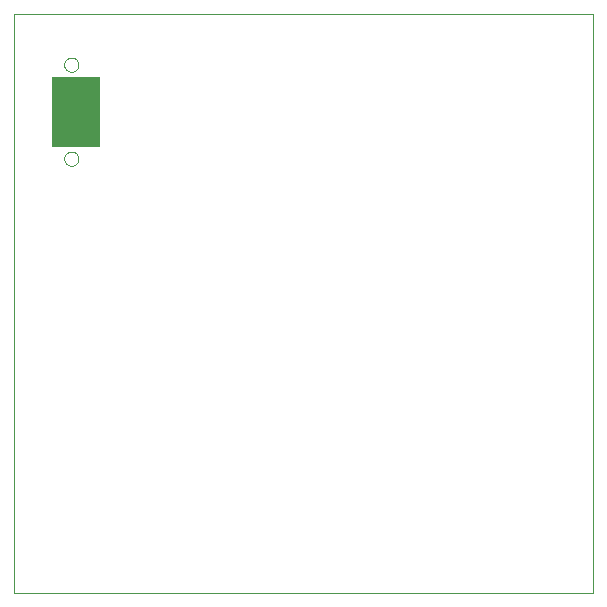
<source format=gbp>
G75*
G70*
%OFA0B0*%
%FSLAX24Y24*%
%IPPOS*%
%LPD*%
%AMOC8*
5,1,8,0,0,1.08239X$1,22.5*
%
%ADD10C,0.0000*%
%ADD11R,0.1600X0.2350*%
D10*
X000980Y000980D02*
X000980Y020271D01*
X020271Y020271D01*
X020271Y000980D01*
X000980Y000980D01*
X002638Y015441D02*
X002640Y015471D01*
X002646Y015501D01*
X002655Y015530D01*
X002668Y015557D01*
X002685Y015582D01*
X002704Y015605D01*
X002727Y015626D01*
X002752Y015643D01*
X002778Y015657D01*
X002807Y015667D01*
X002836Y015674D01*
X002866Y015677D01*
X002897Y015676D01*
X002927Y015671D01*
X002956Y015662D01*
X002983Y015650D01*
X003009Y015635D01*
X003033Y015616D01*
X003054Y015594D01*
X003072Y015570D01*
X003087Y015543D01*
X003098Y015515D01*
X003106Y015486D01*
X003110Y015456D01*
X003110Y015426D01*
X003106Y015396D01*
X003098Y015367D01*
X003087Y015339D01*
X003072Y015312D01*
X003054Y015288D01*
X003033Y015266D01*
X003009Y015247D01*
X002983Y015232D01*
X002956Y015220D01*
X002927Y015211D01*
X002897Y015206D01*
X002866Y015205D01*
X002836Y015208D01*
X002807Y015215D01*
X002778Y015225D01*
X002752Y015239D01*
X002727Y015256D01*
X002704Y015277D01*
X002685Y015300D01*
X002668Y015325D01*
X002655Y015352D01*
X002646Y015381D01*
X002640Y015411D01*
X002638Y015441D01*
X002638Y018574D02*
X002640Y018604D01*
X002646Y018634D01*
X002655Y018663D01*
X002668Y018690D01*
X002685Y018715D01*
X002704Y018738D01*
X002727Y018759D01*
X002752Y018776D01*
X002778Y018790D01*
X002807Y018800D01*
X002836Y018807D01*
X002866Y018810D01*
X002897Y018809D01*
X002927Y018804D01*
X002956Y018795D01*
X002983Y018783D01*
X003009Y018768D01*
X003033Y018749D01*
X003054Y018727D01*
X003072Y018703D01*
X003087Y018676D01*
X003098Y018648D01*
X003106Y018619D01*
X003110Y018589D01*
X003110Y018559D01*
X003106Y018529D01*
X003098Y018500D01*
X003087Y018472D01*
X003072Y018445D01*
X003054Y018421D01*
X003033Y018399D01*
X003009Y018380D01*
X002983Y018365D01*
X002956Y018353D01*
X002927Y018344D01*
X002897Y018339D01*
X002866Y018338D01*
X002836Y018341D01*
X002807Y018348D01*
X002778Y018358D01*
X002752Y018372D01*
X002727Y018389D01*
X002704Y018410D01*
X002685Y018433D01*
X002668Y018458D01*
X002655Y018485D01*
X002646Y018514D01*
X002640Y018544D01*
X002638Y018574D01*
D11*
X003030Y017005D03*
M02*

</source>
